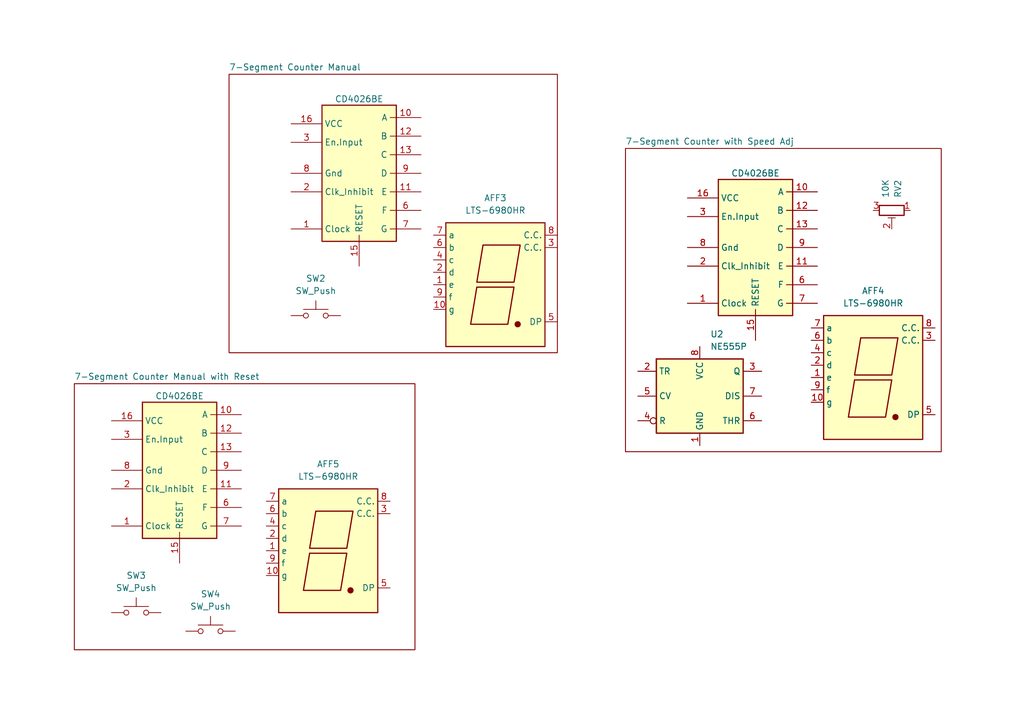
<source format=kicad_sch>
(kicad_sch
	(version 20250114)
	(generator "eeschema")
	(generator_version "9.0")
	(uuid "d089bf06-1a90-44df-8107-fce629e9dd1e")
	(paper "A5")
	(title_block
		(title "0 - 9 Counter Seven Segment Using CD4026")
		(date "8/28/2025")
	)
	(lib_symbols
		(symbol "4xxx:CD4026BE"
			(exclude_from_sim no)
			(in_bom yes)
			(on_board yes)
			(property "Reference" "CD4026BE"
				(at -0.254 14.986 0)
				(effects
					(font
						(size 1.27 1.27)
					)
					(hide yes)
				)
			)
			(property "Value" ""
				(at 0 0 0)
				(effects
					(font
						(size 1.27 1.27)
					)
				)
			)
			(property "Footprint" ""
				(at 0 0 0)
				(effects
					(font
						(size 1.27 1.27)
					)
					(hide yes)
				)
			)
			(property "Datasheet" ""
				(at 0 0 0)
				(effects
					(font
						(size 1.27 1.27)
					)
					(hide yes)
				)
			)
			(property "Description" ""
				(at 0 0 0)
				(effects
					(font
						(size 1.27 1.27)
					)
					(hide yes)
				)
			)
			(symbol "CD4026BE_1_1"
				(rectangle
					(start -7.62 13.97)
					(end 7.62 -13.97)
					(stroke
						(width 0.254)
						(type default)
					)
					(fill
						(type background)
					)
				)
				(pin power_in line
					(at -13.97 10.16 0)
					(length 6.35)
					(name "VCC"
						(effects
							(font
								(size 1.27 1.27)
							)
						)
					)
					(number "16"
						(effects
							(font
								(size 1.27 1.27)
							)
						)
					)
				)
				(pin input line
					(at -13.97 6.35 0)
					(length 6.35)
					(name "En.Input"
						(effects
							(font
								(size 1.27 1.27)
							)
						)
					)
					(number "3"
						(effects
							(font
								(size 1.27 1.27)
							)
						)
					)
				)
				(pin power_in line
					(at -13.97 0 0)
					(length 6.35)
					(name "Gnd"
						(effects
							(font
								(size 1.27 1.27)
							)
						)
					)
					(number "8"
						(effects
							(font
								(size 1.27 1.27)
							)
						)
					)
				)
				(pin power_in line
					(at -13.97 -3.81 0)
					(length 6.35)
					(name "Clk_Inhibit"
						(effects
							(font
								(size 1.27 1.27)
							)
						)
					)
					(number "2"
						(effects
							(font
								(size 1.27 1.27)
							)
						)
					)
				)
				(pin input line
					(at -13.97 -11.43 0)
					(length 6.35)
					(name "Clock"
						(effects
							(font
								(size 1.27 1.27)
							)
						)
					)
					(number "1"
						(effects
							(font
								(size 1.27 1.27)
							)
						)
					)
				)
				(pin output line
					(at 0 -19.05 90)
					(length 6.35)
					(name "RESET"
						(effects
							(font
								(size 1.27 1.27)
							)
						)
					)
					(number "15"
						(effects
							(font
								(size 1.27 1.27)
							)
						)
					)
				)
				(pin output line
					(at 12.7 11.43 180)
					(length 6.35)
					(name "A"
						(effects
							(font
								(size 1.27 1.27)
							)
						)
					)
					(number "10"
						(effects
							(font
								(size 1.27 1.27)
							)
						)
					)
				)
				(pin output line
					(at 12.7 7.62 180)
					(length 6.35)
					(name "B"
						(effects
							(font
								(size 1.27 1.27)
							)
						)
					)
					(number "12"
						(effects
							(font
								(size 1.27 1.27)
							)
						)
					)
				)
				(pin output line
					(at 12.7 3.81 180)
					(length 6.35)
					(name "C"
						(effects
							(font
								(size 1.27 1.27)
							)
						)
					)
					(number "13"
						(effects
							(font
								(size 1.27 1.27)
							)
						)
					)
				)
				(pin output line
					(at 12.7 0 180)
					(length 6.35)
					(name "D"
						(effects
							(font
								(size 1.27 1.27)
							)
						)
					)
					(number "9"
						(effects
							(font
								(size 1.27 1.27)
							)
						)
					)
				)
				(pin output line
					(at 12.7 -3.81 180)
					(length 6.35)
					(name "E"
						(effects
							(font
								(size 1.27 1.27)
							)
						)
					)
					(number "11"
						(effects
							(font
								(size 1.27 1.27)
							)
						)
					)
				)
				(pin output line
					(at 12.7 -7.62 180)
					(length 6.35)
					(name "F"
						(effects
							(font
								(size 1.27 1.27)
							)
						)
					)
					(number "6"
						(effects
							(font
								(size 1.27 1.27)
							)
						)
					)
				)
				(pin output line
					(at 12.7 -11.43 180)
					(length 6.35)
					(name "G"
						(effects
							(font
								(size 1.27 1.27)
							)
						)
					)
					(number "7"
						(effects
							(font
								(size 1.27 1.27)
							)
						)
					)
				)
			)
			(embedded_fonts no)
		)
		(symbol "Device:R_Potentiometer_Trim"
			(pin_names
				(offset 1.016)
				(hide yes)
			)
			(exclude_from_sim no)
			(in_bom yes)
			(on_board yes)
			(property "Reference" "RV"
				(at -4.445 0 90)
				(effects
					(font
						(size 1.27 1.27)
					)
				)
			)
			(property "Value" "R_Potentiometer_Trim"
				(at -2.54 0 90)
				(effects
					(font
						(size 1.27 1.27)
					)
				)
			)
			(property "Footprint" ""
				(at 0 0 0)
				(effects
					(font
						(size 1.27 1.27)
					)
					(hide yes)
				)
			)
			(property "Datasheet" "~"
				(at 0 0 0)
				(effects
					(font
						(size 1.27 1.27)
					)
					(hide yes)
				)
			)
			(property "Description" "Trim-potentiometer"
				(at 0 0 0)
				(effects
					(font
						(size 1.27 1.27)
					)
					(hide yes)
				)
			)
			(property "ki_keywords" "resistor variable trimpot trimmer"
				(at 0 0 0)
				(effects
					(font
						(size 1.27 1.27)
					)
					(hide yes)
				)
			)
			(property "ki_fp_filters" "Potentiometer*"
				(at 0 0 0)
				(effects
					(font
						(size 1.27 1.27)
					)
					(hide yes)
				)
			)
			(symbol "R_Potentiometer_Trim_0_1"
				(rectangle
					(start 1.016 2.54)
					(end -1.016 -2.54)
					(stroke
						(width 0.254)
						(type default)
					)
					(fill
						(type none)
					)
				)
				(polyline
					(pts
						(xy 1.524 0.762) (xy 1.524 -0.762)
					)
					(stroke
						(width 0)
						(type default)
					)
					(fill
						(type none)
					)
				)
				(polyline
					(pts
						(xy 2.54 0) (xy 1.524 0)
					)
					(stroke
						(width 0)
						(type default)
					)
					(fill
						(type none)
					)
				)
			)
			(symbol "R_Potentiometer_Trim_1_1"
				(pin passive line
					(at 0 3.81 270)
					(length 1.27)
					(name "1"
						(effects
							(font
								(size 1.27 1.27)
							)
						)
					)
					(number "1"
						(effects
							(font
								(size 1.27 1.27)
							)
						)
					)
				)
				(pin passive line
					(at 0 -3.81 90)
					(length 1.27)
					(name "3"
						(effects
							(font
								(size 1.27 1.27)
							)
						)
					)
					(number "3"
						(effects
							(font
								(size 1.27 1.27)
							)
						)
					)
				)
				(pin passive line
					(at 3.81 0 180)
					(length 1.27)
					(name "2"
						(effects
							(font
								(size 1.27 1.27)
							)
						)
					)
					(number "2"
						(effects
							(font
								(size 1.27 1.27)
							)
						)
					)
				)
			)
			(embedded_fonts no)
		)
		(symbol "Display_Character:LTS-6980HR"
			(exclude_from_sim no)
			(in_bom yes)
			(on_board yes)
			(property "Reference" "AFF1"
				(at 0 17.78 0)
				(effects
					(font
						(size 1.27 1.27)
					)
				)
			)
			(property "Value" "LTS-6980HR"
				(at 0 15.24 0)
				(effects
					(font
						(size 1.27 1.27)
					)
				)
			)
			(property "Footprint" "Display_7Segment:7SegmentLED_LTS6760_LTS6780"
				(at 0 -15.24 0)
				(effects
					(font
						(size 1.27 1.27)
					)
					(hide yes)
				)
			)
			(property "Datasheet" "http://datasheet.octopart.com/LTS-6960HR-Lite-On-datasheet-11803242.pdf"
				(at 0 0 0)
				(effects
					(font
						(size 1.27 1.27)
					)
					(hide yes)
				)
			)
			(property "Description" "DISPLAY 7 SEGMENTS common K, high efficient red"
				(at 0 0 0)
				(effects
					(font
						(size 1.27 1.27)
					)
					(hide yes)
				)
			)
			(property "ki_keywords" "display LED 7-segment"
				(at 0 0 0)
				(effects
					(font
						(size 1.27 1.27)
					)
					(hide yes)
				)
			)
			(property "ki_fp_filters" "7SegmentLED?LTS6760?LTS6780*"
				(at 0 0 0)
				(effects
					(font
						(size 1.27 1.27)
					)
					(hide yes)
				)
			)
			(symbol "LTS-6980HR_0_1"
				(rectangle
					(start -10.16 12.7)
					(end 10.16 -12.7)
					(stroke
						(width 0.254)
						(type default)
					)
					(fill
						(type background)
					)
				)
				(polyline
					(pts
						(xy -3.81 -0.508) (xy 3.81 -0.508) (xy 2.54 -8.128) (xy -5.08 -8.128) (xy -3.81 -0.508) (xy -3.81 -0.508)
					)
					(stroke
						(width 0.254)
						(type default)
					)
					(fill
						(type none)
					)
				)
				(polyline
					(pts
						(xy -2.54 8.128) (xy 5.08 8.128) (xy 3.81 0.508) (xy -3.81 0.508) (xy -2.54 8.128) (xy -2.54 8.128)
					)
					(stroke
						(width 0.254)
						(type default)
					)
					(fill
						(type none)
					)
				)
				(circle
					(center 4.572 -8.128)
					(radius 0.508)
					(stroke
						(width 0.254)
						(type default)
					)
					(fill
						(type outline)
					)
				)
			)
			(symbol "LTS-6980HR_1_1"
				(pin passive line
					(at -12.7 10.16 0)
					(length 2.54)
					(name "a"
						(effects
							(font
								(size 1.27 1.27)
							)
						)
					)
					(number "7"
						(effects
							(font
								(size 1.27 1.27)
							)
						)
					)
				)
				(pin passive line
					(at -12.7 7.62 0)
					(length 2.54)
					(name "b"
						(effects
							(font
								(size 1.27 1.27)
							)
						)
					)
					(number "6"
						(effects
							(font
								(size 1.27 1.27)
							)
						)
					)
				)
				(pin passive line
					(at -12.7 5.08 0)
					(length 2.54)
					(name "c"
						(effects
							(font
								(size 1.27 1.27)
							)
						)
					)
					(number "4"
						(effects
							(font
								(size 1.27 1.27)
							)
						)
					)
				)
				(pin passive line
					(at -12.7 2.54 0)
					(length 2.54)
					(name "d"
						(effects
							(font
								(size 1.27 1.27)
							)
						)
					)
					(number "2"
						(effects
							(font
								(size 1.27 1.27)
							)
						)
					)
				)
				(pin passive line
					(at -12.7 0 0)
					(length 2.54)
					(name "e"
						(effects
							(font
								(size 1.27 1.27)
							)
						)
					)
					(number "1"
						(effects
							(font
								(size 1.27 1.27)
							)
						)
					)
				)
				(pin passive line
					(at -12.7 -2.54 0)
					(length 2.54)
					(name "f"
						(effects
							(font
								(size 1.27 1.27)
							)
						)
					)
					(number "9"
						(effects
							(font
								(size 1.27 1.27)
							)
						)
					)
				)
				(pin passive line
					(at -12.7 -5.08 0)
					(length 2.54)
					(name "g"
						(effects
							(font
								(size 1.27 1.27)
							)
						)
					)
					(number "10"
						(effects
							(font
								(size 1.27 1.27)
							)
						)
					)
				)
				(pin passive line
					(at 12.7 10.16 180)
					(length 2.54)
					(name "C.C."
						(effects
							(font
								(size 1.27 1.27)
							)
						)
					)
					(number "8"
						(effects
							(font
								(size 1.27 1.27)
							)
						)
					)
				)
				(pin passive line
					(at 12.7 7.62 180)
					(length 2.54)
					(name "C.C."
						(effects
							(font
								(size 1.27 1.27)
							)
						)
					)
					(number "3"
						(effects
							(font
								(size 1.27 1.27)
							)
						)
					)
				)
				(pin passive line
					(at 12.7 -7.62 180)
					(length 2.54)
					(name "DP"
						(effects
							(font
								(size 1.27 1.27)
							)
						)
					)
					(number "5"
						(effects
							(font
								(size 1.27 1.27)
							)
						)
					)
				)
			)
			(embedded_fonts no)
		)
		(symbol "Switch:SW_Push"
			(pin_numbers
				(hide yes)
			)
			(pin_names
				(offset 1.016)
				(hide yes)
			)
			(exclude_from_sim no)
			(in_bom yes)
			(on_board yes)
			(property "Reference" "SW"
				(at 1.27 2.54 0)
				(effects
					(font
						(size 1.27 1.27)
					)
					(justify left)
				)
			)
			(property "Value" "SW_Push"
				(at 0 -1.524 0)
				(effects
					(font
						(size 1.27 1.27)
					)
				)
			)
			(property "Footprint" ""
				(at 0 5.08 0)
				(effects
					(font
						(size 1.27 1.27)
					)
					(hide yes)
				)
			)
			(property "Datasheet" "~"
				(at 0 5.08 0)
				(effects
					(font
						(size 1.27 1.27)
					)
					(hide yes)
				)
			)
			(property "Description" "Push button switch, generic, two pins"
				(at 0 0 0)
				(effects
					(font
						(size 1.27 1.27)
					)
					(hide yes)
				)
			)
			(property "ki_keywords" "switch normally-open pushbutton push-button"
				(at 0 0 0)
				(effects
					(font
						(size 1.27 1.27)
					)
					(hide yes)
				)
			)
			(symbol "SW_Push_0_1"
				(circle
					(center -2.032 0)
					(radius 0.508)
					(stroke
						(width 0)
						(type default)
					)
					(fill
						(type none)
					)
				)
				(polyline
					(pts
						(xy 0 1.27) (xy 0 3.048)
					)
					(stroke
						(width 0)
						(type default)
					)
					(fill
						(type none)
					)
				)
				(circle
					(center 2.032 0)
					(radius 0.508)
					(stroke
						(width 0)
						(type default)
					)
					(fill
						(type none)
					)
				)
				(polyline
					(pts
						(xy 2.54 1.27) (xy -2.54 1.27)
					)
					(stroke
						(width 0)
						(type default)
					)
					(fill
						(type none)
					)
				)
				(pin passive line
					(at -5.08 0 0)
					(length 2.54)
					(name "1"
						(effects
							(font
								(size 1.27 1.27)
							)
						)
					)
					(number "1"
						(effects
							(font
								(size 1.27 1.27)
							)
						)
					)
				)
				(pin passive line
					(at 5.08 0 180)
					(length 2.54)
					(name "2"
						(effects
							(font
								(size 1.27 1.27)
							)
						)
					)
					(number "2"
						(effects
							(font
								(size 1.27 1.27)
							)
						)
					)
				)
			)
			(embedded_fonts no)
		)
		(symbol "Timer:NE555P"
			(exclude_from_sim no)
			(in_bom yes)
			(on_board yes)
			(property "Reference" "U"
				(at -10.16 8.89 0)
				(effects
					(font
						(size 1.27 1.27)
					)
					(justify left)
				)
			)
			(property "Value" "NE555P"
				(at 2.54 8.89 0)
				(effects
					(font
						(size 1.27 1.27)
					)
					(justify left)
				)
			)
			(property "Footprint" "Package_DIP:DIP-8_W7.62mm"
				(at 16.51 -10.16 0)
				(effects
					(font
						(size 1.27 1.27)
					)
					(hide yes)
				)
			)
			(property "Datasheet" "http://www.ti.com/lit/ds/symlink/ne555.pdf"
				(at 21.59 -10.16 0)
				(effects
					(font
						(size 1.27 1.27)
					)
					(hide yes)
				)
			)
			(property "Description" "Precision Timers, 555 compatible,  PDIP-8"
				(at 0 0 0)
				(effects
					(font
						(size 1.27 1.27)
					)
					(hide yes)
				)
			)
			(property "ki_keywords" "single timer 555"
				(at 0 0 0)
				(effects
					(font
						(size 1.27 1.27)
					)
					(hide yes)
				)
			)
			(property "ki_fp_filters" "DIP*W7.62mm*"
				(at 0 0 0)
				(effects
					(font
						(size 1.27 1.27)
					)
					(hide yes)
				)
			)
			(symbol "NE555P_0_0"
				(pin power_in line
					(at 0 10.16 270)
					(length 2.54)
					(name "VCC"
						(effects
							(font
								(size 1.27 1.27)
							)
						)
					)
					(number "8"
						(effects
							(font
								(size 1.27 1.27)
							)
						)
					)
				)
				(pin power_in line
					(at 0 -10.16 90)
					(length 2.54)
					(name "GND"
						(effects
							(font
								(size 1.27 1.27)
							)
						)
					)
					(number "1"
						(effects
							(font
								(size 1.27 1.27)
							)
						)
					)
				)
			)
			(symbol "NE555P_0_1"
				(rectangle
					(start -8.89 -7.62)
					(end 8.89 7.62)
					(stroke
						(width 0.254)
						(type default)
					)
					(fill
						(type background)
					)
				)
				(rectangle
					(start -8.89 -7.62)
					(end 8.89 7.62)
					(stroke
						(width 0.254)
						(type default)
					)
					(fill
						(type background)
					)
				)
			)
			(symbol "NE555P_1_1"
				(pin input line
					(at -12.7 5.08 0)
					(length 3.81)
					(name "TR"
						(effects
							(font
								(size 1.27 1.27)
							)
						)
					)
					(number "2"
						(effects
							(font
								(size 1.27 1.27)
							)
						)
					)
				)
				(pin input line
					(at -12.7 0 0)
					(length 3.81)
					(name "CV"
						(effects
							(font
								(size 1.27 1.27)
							)
						)
					)
					(number "5"
						(effects
							(font
								(size 1.27 1.27)
							)
						)
					)
				)
				(pin input inverted
					(at -12.7 -5.08 0)
					(length 3.81)
					(name "R"
						(effects
							(font
								(size 1.27 1.27)
							)
						)
					)
					(number "4"
						(effects
							(font
								(size 1.27 1.27)
							)
						)
					)
				)
				(pin output line
					(at 12.7 5.08 180)
					(length 3.81)
					(name "Q"
						(effects
							(font
								(size 1.27 1.27)
							)
						)
					)
					(number "3"
						(effects
							(font
								(size 1.27 1.27)
							)
						)
					)
				)
				(pin input line
					(at 12.7 0 180)
					(length 3.81)
					(name "DIS"
						(effects
							(font
								(size 1.27 1.27)
							)
						)
					)
					(number "7"
						(effects
							(font
								(size 1.27 1.27)
							)
						)
					)
				)
				(pin input line
					(at 12.7 -5.08 180)
					(length 3.81)
					(name "THR"
						(effects
							(font
								(size 1.27 1.27)
							)
						)
					)
					(number "6"
						(effects
							(font
								(size 1.27 1.27)
							)
						)
					)
				)
			)
			(embedded_fonts no)
		)
	)
	(symbol
		(lib_id "Display_Character:LTS-6980HR")
		(at 179.07 77.47 0)
		(unit 1)
		(exclude_from_sim no)
		(in_bom yes)
		(on_board yes)
		(dnp no)
		(fields_autoplaced yes)
		(uuid "50fee4b9-600a-4087-a225-4b2ea4f8193f")
		(property "Reference" "AFF4"
			(at 179.07 59.69 0)
			(effects
				(font
					(size 1.27 1.27)
				)
			)
		)
		(property "Value" "LTS-6980HR"
			(at 179.07 62.23 0)
			(effects
				(font
					(size 1.27 1.27)
				)
			)
		)
		(property "Footprint" "Display_7Segment:7SegmentLED_LTS6760_LTS6780"
			(at 179.07 92.71 0)
			(effects
				(font
					(size 1.27 1.27)
				)
				(hide yes)
			)
		)
		(property "Datasheet" "http://datasheet.octopart.com/LTS-6960HR-Lite-On-datasheet-11803242.pdf"
			(at 179.07 77.47 0)
			(effects
				(font
					(size 1.27 1.27)
				)
				(hide yes)
			)
		)
		(property "Description" "DISPLAY 7 SEGMENTS common K, high efficient red"
			(at 179.07 77.47 0)
			(effects
				(font
					(size 1.27 1.27)
				)
				(hide yes)
			)
		)
		(pin "1"
			(uuid "de2da48c-01a9-4720-b021-34fb1caacc74")
		)
		(pin "8"
			(uuid "9bbfa6ea-088b-4d8b-804e-82765bad3ce4")
		)
		(pin "10"
			(uuid "ced8d34d-68fc-4a95-b646-18884c7d690e")
		)
		(pin "2"
			(uuid "262ae277-890e-4ff8-9196-7d25b1e71f84")
		)
		(pin "9"
			(uuid "b96f5f45-b675-41b7-a93c-f84e8497e36a")
		)
		(pin "3"
			(uuid "f5c45672-dc1b-4f4f-aac2-e5781e5d6b61")
		)
		(pin "5"
			(uuid "b7bc82f5-f769-4628-85a5-0ccf29d288c7")
		)
		(pin "6"
			(uuid "5c2d00df-4910-4f73-9dc0-e348fbb4a2bd")
		)
		(pin "4"
			(uuid "32a0a7c5-2054-44f3-ae63-14da24b52f3e")
		)
		(pin "7"
			(uuid "7a7b251a-7d83-4276-a88b-095c89ff726a")
		)
		(instances
			(project "Basic 7-Segment Counter"
				(path "/d089bf06-1a90-44df-8107-fce629e9dd1e"
					(reference "AFF4")
					(unit 1)
				)
			)
		)
	)
	(symbol
		(lib_id "Display_Character:LTS-6980HR")
		(at 67.31 113.03 0)
		(unit 1)
		(exclude_from_sim no)
		(in_bom yes)
		(on_board yes)
		(dnp no)
		(fields_autoplaced yes)
		(uuid "5f39dca5-729f-4970-9f9a-020d8189e6ef")
		(property "Reference" "AFF5"
			(at 67.31 95.25 0)
			(effects
				(font
					(size 1.27 1.27)
				)
			)
		)
		(property "Value" "LTS-6980HR"
			(at 67.31 97.79 0)
			(effects
				(font
					(size 1.27 1.27)
				)
			)
		)
		(property "Footprint" "Display_7Segment:7SegmentLED_LTS6760_LTS6780"
			(at 67.31 128.27 0)
			(effects
				(font
					(size 1.27 1.27)
				)
				(hide yes)
			)
		)
		(property "Datasheet" "http://datasheet.octopart.com/LTS-6960HR-Lite-On-datasheet-11803242.pdf"
			(at 67.31 113.03 0)
			(effects
				(font
					(size 1.27 1.27)
				)
				(hide yes)
			)
		)
		(property "Description" "DISPLAY 7 SEGMENTS common K, high efficient red"
			(at 67.31 113.03 0)
			(effects
				(font
					(size 1.27 1.27)
				)
				(hide yes)
			)
		)
		(pin "1"
			(uuid "1e490eaf-23c8-4376-854e-22750fbbf78b")
		)
		(pin "8"
			(uuid "3d8c4c0e-fe3d-4859-ab7b-00c24519448f")
		)
		(pin "10"
			(uuid "7dcba13e-348b-4a66-a238-29b77ae99698")
		)
		(pin "2"
			(uuid "c9caa596-1fe3-4e9e-8350-e81ce85c6ad7")
		)
		(pin "9"
			(uuid "d5e4478d-68f6-4c74-8983-f8184b57415b")
		)
		(pin "3"
			(uuid "e667fd3d-f12b-47d7-bbe7-1ffb1e9d9117")
		)
		(pin "5"
			(uuid "002e5e5c-1c38-4b51-a54a-94d19cf4de86")
		)
		(pin "6"
			(uuid "ecd0c376-0ca4-4b6b-8fbe-5d6f5fc7eb68")
		)
		(pin "4"
			(uuid "64a74f08-7353-43ac-a3ae-c6e7e292aa97")
		)
		(pin "7"
			(uuid "a1b9817e-e639-4831-83c2-d0d7acf52b6e")
		)
		(instances
			(project "Basic 7-Segment Counter"
				(path "/d089bf06-1a90-44df-8107-fce629e9dd1e"
					(reference "AFF5")
					(unit 1)
				)
			)
		)
	)
	(symbol
		(lib_id "Switch:SW_Push")
		(at 27.94 125.73 0)
		(unit 1)
		(exclude_from_sim no)
		(in_bom yes)
		(on_board yes)
		(dnp no)
		(fields_autoplaced yes)
		(uuid "65996883-9f16-41b0-94e0-090dc0c774c8")
		(property "Reference" "SW3"
			(at 27.94 118.11 0)
			(effects
				(font
					(size 1.27 1.27)
				)
			)
		)
		(property "Value" "SW_Push"
			(at 27.94 120.65 0)
			(effects
				(font
					(size 1.27 1.27)
				)
			)
		)
		(property "Footprint" ""
			(at 27.94 120.65 0)
			(effects
				(font
					(size 1.27 1.27)
				)
				(hide yes)
			)
		)
		(property "Datasheet" "~"
			(at 27.94 120.65 0)
			(effects
				(font
					(size 1.27 1.27)
				)
				(hide yes)
			)
		)
		(property "Description" "Push button switch, generic, two pins"
			(at 27.94 125.73 0)
			(effects
				(font
					(size 1.27 1.27)
				)
				(hide yes)
			)
		)
		(pin "1"
			(uuid "d9c3c016-7231-4ca9-a1ba-a5a4ce386bd9")
		)
		(pin "2"
			(uuid "8bc3ad3b-65e1-4f45-9553-75d757577a52")
		)
		(instances
			(project "Basic 7-Segment Counter"
				(path "/d089bf06-1a90-44df-8107-fce629e9dd1e"
					(reference "SW3")
					(unit 1)
				)
			)
		)
	)
	(symbol
		(lib_id "4xxx:CD4026BE")
		(at 154.94 50.8 0)
		(unit 1)
		(exclude_from_sim no)
		(in_bom yes)
		(on_board yes)
		(dnp no)
		(uuid "6c419405-9078-4f06-9460-974f79587946")
		(property "Reference" "CD4026BE6"
			(at 154.686 35.814 0)
			(effects
				(font
					(size 1.27 1.27)
				)
				(hide yes)
			)
		)
		(property "Value" "CD4026BE"
			(at 154.94 35.56 0)
			(effects
				(font
					(size 1.27 1.27)
				)
			)
		)
		(property "Footprint" ""
			(at 154.94 50.8 0)
			(effects
				(font
					(size 1.27 1.27)
				)
				(hide yes)
			)
		)
		(property "Datasheet" ""
			(at 154.94 50.8 0)
			(effects
				(font
					(size 1.27 1.27)
				)
				(hide yes)
			)
		)
		(property "Description" ""
			(at 154.94 50.8 0)
			(effects
				(font
					(size 1.27 1.27)
				)
				(hide yes)
			)
		)
		(pin "13"
			(uuid "d7aa73ae-9bd7-4737-bac2-2bfd19a4d299")
		)
		(pin "11"
			(uuid "bd470f81-f1d7-4626-bace-53aa20579706")
		)
		(pin "6"
			(uuid "2ffdf185-57f4-4a24-8c81-eaa89589bd11")
		)
		(pin "10"
			(uuid "b2651d55-92f7-45bd-8c70-17450f1eb867")
		)
		(pin "12"
			(uuid "bdaa679f-5d99-4f9c-9910-780f4d212721")
		)
		(pin "7"
			(uuid "30b9cb30-0462-4c9f-873a-07868c410726")
		)
		(pin "3"
			(uuid "62885899-7dea-4f9f-94bf-88b54701bb15")
		)
		(pin "15"
			(uuid "2e66ebe7-9011-485d-8a17-b42e78837441")
		)
		(pin "16"
			(uuid "a7903f63-6664-4652-aefc-c8bc576e8dd8")
		)
		(pin "1"
			(uuid "9a386e9d-b7d1-4f0c-8177-2c776b1b4306")
		)
		(pin "9"
			(uuid "54a1a721-6ed5-4021-8767-9aec2f0f6b18")
		)
		(pin "2"
			(uuid "f4a6d676-7852-49e4-b25b-dad291b5199d")
		)
		(pin "8"
			(uuid "4bbbe608-1b5f-4e12-85ba-5544fb60700d")
		)
		(instances
			(project "Basic 7-Segment Counter"
				(path "/d089bf06-1a90-44df-8107-fce629e9dd1e"
					(reference "CD4026BE6")
					(unit 1)
				)
			)
		)
	)
	(symbol
		(lib_id "Display_Character:LTS-6980HR")
		(at 101.6 58.42 0)
		(unit 1)
		(exclude_from_sim no)
		(in_bom yes)
		(on_board yes)
		(dnp no)
		(fields_autoplaced yes)
		(uuid "a590bf59-0a12-463c-91f2-8c523da78b18")
		(property "Reference" "AFF3"
			(at 101.6 40.64 0)
			(effects
				(font
					(size 1.27 1.27)
				)
			)
		)
		(property "Value" "LTS-6980HR"
			(at 101.6 43.18 0)
			(effects
				(font
					(size 1.27 1.27)
				)
			)
		)
		(property "Footprint" "Display_7Segment:7SegmentLED_LTS6760_LTS6780"
			(at 101.6 73.66 0)
			(effects
				(font
					(size 1.27 1.27)
				)
				(hide yes)
			)
		)
		(property "Datasheet" "http://datasheet.octopart.com/LTS-6960HR-Lite-On-datasheet-11803242.pdf"
			(at 101.6 58.42 0)
			(effects
				(font
					(size 1.27 1.27)
				)
				(hide yes)
			)
		)
		(property "Description" "DISPLAY 7 SEGMENTS common K, high efficient red"
			(at 101.6 58.42 0)
			(effects
				(font
					(size 1.27 1.27)
				)
				(hide yes)
			)
		)
		(pin "1"
			(uuid "58b6da28-ca84-41c1-905b-4ad141e83170")
		)
		(pin "8"
			(uuid "98f88f08-b881-4fa3-833e-a51691950573")
		)
		(pin "10"
			(uuid "2a058134-e09f-4ae5-95c3-095274231300")
		)
		(pin "2"
			(uuid "8fd32a03-68dc-419c-8d9b-a54f0f059b37")
		)
		(pin "9"
			(uuid "e81de374-9987-442f-89a1-e1a5886601de")
		)
		(pin "3"
			(uuid "933cd6b9-a14e-495e-adfa-ea88d7165dc2")
		)
		(pin "5"
			(uuid "d3219cd5-8291-421a-999e-a29afb343d72")
		)
		(pin "6"
			(uuid "91bdc0cc-8c98-43e9-9561-61652b28e946")
		)
		(pin "4"
			(uuid "733f7ae4-baee-4752-a3f7-c322f5dd67df")
		)
		(pin "7"
			(uuid "8f9faaae-0cf6-440f-943c-54c4d33e55e1")
		)
		(instances
			(project "Basic 7-Segment Counter"
				(path "/d089bf06-1a90-44df-8107-fce629e9dd1e"
					(reference "AFF3")
					(unit 1)
				)
			)
		)
	)
	(symbol
		(lib_id "4xxx:CD4026BE")
		(at 73.66 35.56 0)
		(unit 1)
		(exclude_from_sim no)
		(in_bom yes)
		(on_board yes)
		(dnp no)
		(uuid "a622ec55-81e1-47c7-a8bd-75baef082c7c")
		(property "Reference" "CD4026BE5"
			(at 73.406 20.574 0)
			(effects
				(font
					(size 1.27 1.27)
				)
				(hide yes)
			)
		)
		(property "Value" "CD4026BE"
			(at 73.66 20.32 0)
			(effects
				(font
					(size 1.27 1.27)
				)
			)
		)
		(property "Footprint" ""
			(at 73.66 35.56 0)
			(effects
				(font
					(size 1.27 1.27)
				)
				(hide yes)
			)
		)
		(property "Datasheet" ""
			(at 73.66 35.56 0)
			(effects
				(font
					(size 1.27 1.27)
				)
				(hide yes)
			)
		)
		(property "Description" ""
			(at 73.66 35.56 0)
			(effects
				(font
					(size 1.27 1.27)
				)
				(hide yes)
			)
		)
		(pin "13"
			(uuid "31ccd408-30aa-4d30-b00e-aac5326283cb")
		)
		(pin "11"
			(uuid "59c02002-6222-4b18-899a-b9ff74211de1")
		)
		(pin "6"
			(uuid "3336c940-4748-4293-8f89-9688623d9bb5")
		)
		(pin "10"
			(uuid "a455863c-72be-4257-ae9f-8ef8e5711e99")
		)
		(pin "12"
			(uuid "6ef8cc21-991c-499d-be44-1406484d0e88")
		)
		(pin "7"
			(uuid "bd62f643-decf-401c-8e96-9c66eed82382")
		)
		(pin "3"
			(uuid "d8f02a30-0897-40c0-8817-78ecc8e44256")
		)
		(pin "15"
			(uuid "2877ce76-0e69-49cf-ae3d-76991f12d62a")
		)
		(pin "16"
			(uuid "12e7be49-e8fa-4dfc-b550-9f1ac3d71ea6")
		)
		(pin "1"
			(uuid "901b9688-bde2-43a5-9d3c-81792e0b94d5")
		)
		(pin "9"
			(uuid "2f677b73-cff6-4f76-a7fc-beb485429d81")
		)
		(pin "2"
			(uuid "5839a0aa-9ef9-48ba-980e-fc066d245ccf")
		)
		(pin "8"
			(uuid "4458f603-fa02-4ff3-8fb3-1c4cb6fd65c3")
		)
		(instances
			(project "Basic 7-Segment Counter"
				(path "/d089bf06-1a90-44df-8107-fce629e9dd1e"
					(reference "CD4026BE5")
					(unit 1)
				)
			)
		)
	)
	(symbol
		(lib_id "Device:R_Potentiometer_Trim")
		(at 182.88 43.18 270)
		(unit 1)
		(exclude_from_sim no)
		(in_bom yes)
		(on_board yes)
		(dnp no)
		(uuid "a92a8675-b97a-4f2b-999e-5330f570e9e5")
		(property "Reference" "RV2"
			(at 184.1501 40.64 0)
			(effects
				(font
					(size 1.27 1.27)
				)
				(justify right)
			)
		)
		(property "Value" "10K"
			(at 181.6101 40.64 0)
			(effects
				(font
					(size 1.27 1.27)
				)
				(justify right)
			)
		)
		(property "Footprint" ""
			(at 182.88 43.18 0)
			(effects
				(font
					(size 1.27 1.27)
				)
				(hide yes)
			)
		)
		(property "Datasheet" "~"
			(at 182.88 43.18 0)
			(effects
				(font
					(size 1.27 1.27)
				)
				(hide yes)
			)
		)
		(property "Description" "Trim-potentiometer"
			(at 182.88 43.18 0)
			(effects
				(font
					(size 1.27 1.27)
				)
				(hide yes)
			)
		)
		(pin "3"
			(uuid "2b400dff-da42-4db4-b880-52600ba22d82")
		)
		(pin "1"
			(uuid "9644892b-b5d0-4937-a744-ddd0f0b222ff")
		)
		(pin "2"
			(uuid "5862e411-2643-4049-b625-562da9429483")
		)
		(instances
			(project "Basic 7-Segment Counter"
				(path "/d089bf06-1a90-44df-8107-fce629e9dd1e"
					(reference "RV2")
					(unit 1)
				)
			)
		)
	)
	(symbol
		(lib_id "Timer:NE555P")
		(at 143.51 81.28 0)
		(unit 1)
		(exclude_from_sim no)
		(in_bom yes)
		(on_board yes)
		(dnp no)
		(fields_autoplaced yes)
		(uuid "a9b2ee78-4cfc-49e4-8c12-df0323bf8272")
		(property "Reference" "U2"
			(at 145.6533 68.58 0)
			(effects
				(font
					(size 1.27 1.27)
				)
				(justify left)
			)
		)
		(property "Value" "NE555P"
			(at 145.6533 71.12 0)
			(effects
				(font
					(size 1.27 1.27)
				)
				(justify left)
			)
		)
		(property "Footprint" "Package_DIP:DIP-8_W7.62mm"
			(at 160.02 91.44 0)
			(effects
				(font
					(size 1.27 1.27)
				)
				(hide yes)
			)
		)
		(property "Datasheet" "http://www.ti.com/lit/ds/symlink/ne555.pdf"
			(at 165.1 91.44 0)
			(effects
				(font
					(size 1.27 1.27)
				)
				(hide yes)
			)
		)
		(property "Description" "Precision Timers, 555 compatible,  PDIP-8"
			(at 143.51 81.28 0)
			(effects
				(font
					(size 1.27 1.27)
				)
				(hide yes)
			)
		)
		(pin "6"
			(uuid "935381a3-30e2-40dc-a4e9-ca1b2dfac95a")
		)
		(pin "4"
			(uuid "7e6924b8-626e-4b44-9b71-a40347761af6")
		)
		(pin "3"
			(uuid "a83fe259-d1bd-49c0-a221-634c18550882")
		)
		(pin "7"
			(uuid "45471032-0465-4513-b922-9799c8afc199")
		)
		(pin "8"
			(uuid "41bec972-d799-4f4b-bc7b-21d5343170f1")
		)
		(pin "1"
			(uuid "effb5a1a-fdb5-49e2-805a-96529e1961df")
		)
		(pin "2"
			(uuid "5276897d-03a3-4540-9f43-a7af4c02fa07")
		)
		(pin "5"
			(uuid "340e6fdc-2da9-48a6-85fa-fe04f783fb3d")
		)
		(instances
			(project "Basic 7-Segment Counter"
				(path "/d089bf06-1a90-44df-8107-fce629e9dd1e"
					(reference "U2")
					(unit 1)
				)
			)
		)
	)
	(symbol
		(lib_id "Switch:SW_Push")
		(at 64.77 64.77 0)
		(unit 1)
		(exclude_from_sim no)
		(in_bom yes)
		(on_board yes)
		(dnp no)
		(fields_autoplaced yes)
		(uuid "dda9689b-3177-47dd-8f0f-5e4f3f9cdd1c")
		(property "Reference" "SW2"
			(at 64.77 57.15 0)
			(effects
				(font
					(size 1.27 1.27)
				)
			)
		)
		(property "Value" "SW_Push"
			(at 64.77 59.69 0)
			(effects
				(font
					(size 1.27 1.27)
				)
			)
		)
		(property "Footprint" ""
			(at 64.77 59.69 0)
			(effects
				(font
					(size 1.27 1.27)
				)
				(hide yes)
			)
		)
		(property "Datasheet" "~"
			(at 64.77 59.69 0)
			(effects
				(font
					(size 1.27 1.27)
				)
				(hide yes)
			)
		)
		(property "Description" "Push button switch, generic, two pins"
			(at 64.77 64.77 0)
			(effects
				(font
					(size 1.27 1.27)
				)
				(hide yes)
			)
		)
		(pin "1"
			(uuid "17101da1-8b01-4994-ab9a-858e2500f3de")
		)
		(pin "2"
			(uuid "c4695cf9-0733-44da-aaae-5a6a9295b4b3")
		)
		(instances
			(project "Basic 7-Segment Counter"
				(path "/d089bf06-1a90-44df-8107-fce629e9dd1e"
					(reference "SW2")
					(unit 1)
				)
			)
		)
	)
	(symbol
		(lib_id "Switch:SW_Push")
		(at 43.18 129.54 0)
		(unit 1)
		(exclude_from_sim no)
		(in_bom yes)
		(on_board yes)
		(dnp no)
		(fields_autoplaced yes)
		(uuid "e1419fbd-d7e7-4b0a-a91e-f376f0bf75c5")
		(property "Reference" "SW4"
			(at 43.18 121.92 0)
			(effects
				(font
					(size 1.27 1.27)
				)
			)
		)
		(property "Value" "SW_Push"
			(at 43.18 124.46 0)
			(effects
				(font
					(size 1.27 1.27)
				)
			)
		)
		(property "Footprint" ""
			(at 43.18 124.46 0)
			(effects
				(font
					(size 1.27 1.27)
				)
				(hide yes)
			)
		)
		(property "Datasheet" "~"
			(at 43.18 124.46 0)
			(effects
				(font
					(size 1.27 1.27)
				)
				(hide yes)
			)
		)
		(property "Description" "Push button switch, generic, two pins"
			(at 43.18 129.54 0)
			(effects
				(font
					(size 1.27 1.27)
				)
				(hide yes)
			)
		)
		(pin "1"
			(uuid "9cb1056b-b400-4ea1-8355-5a631ab4604e")
		)
		(pin "2"
			(uuid "5d40ecd3-8ce9-4841-90ef-ac0179d25c79")
		)
		(instances
			(project "Basic 7-Segment Counter"
				(path "/d089bf06-1a90-44df-8107-fce629e9dd1e"
					(reference "SW4")
					(unit 1)
				)
			)
		)
	)
	(symbol
		(lib_id "4xxx:CD4026BE")
		(at 36.83 96.52 0)
		(unit 1)
		(exclude_from_sim no)
		(in_bom yes)
		(on_board yes)
		(dnp no)
		(uuid "f614821d-5b87-4947-b674-7f7299c59355")
		(property "Reference" "CD4026BE7"
			(at 36.576 81.534 0)
			(effects
				(font
					(size 1.27 1.27)
				)
				(hide yes)
			)
		)
		(property "Value" "CD4026BE"
			(at 36.83 81.28 0)
			(effects
				(font
					(size 1.27 1.27)
				)
			)
		)
		(property "Footprint" ""
			(at 36.83 96.52 0)
			(effects
				(font
					(size 1.27 1.27)
				)
				(hide yes)
			)
		)
		(property "Datasheet" ""
			(at 36.83 96.52 0)
			(effects
				(font
					(size 1.27 1.27)
				)
				(hide yes)
			)
		)
		(property "Description" ""
			(at 36.83 96.52 0)
			(effects
				(font
					(size 1.27 1.27)
				)
				(hide yes)
			)
		)
		(pin "13"
			(uuid "b08b3be9-70dd-4e4b-bc90-5a139f582afa")
		)
		(pin "11"
			(uuid "595979e0-7605-4843-8797-67f0834a9716")
		)
		(pin "6"
			(uuid "8fa07a68-d7fc-4506-bd27-47f9f58b3e79")
		)
		(pin "10"
			(uuid "dcd401dc-a8fe-41ff-b0b9-19b2f054b001")
		)
		(pin "12"
			(uuid "7bc8281b-843f-4d2d-8bca-f77fe0fa807f")
		)
		(pin "7"
			(uuid "c652249b-e82b-404e-92f8-52f5fa02d5f8")
		)
		(pin "3"
			(uuid "2803eba0-81d0-494d-889d-4c6bfb6685cc")
		)
		(pin "15"
			(uuid "2d40a295-122d-4085-9668-dd36305e075d")
		)
		(pin "16"
			(uuid "79c5c8c5-31d7-4fad-a2ce-7bd7044446b1")
		)
		(pin "1"
			(uuid "620c546e-068a-4ec4-ab1e-73364ab3e814")
		)
		(pin "9"
			(uuid "e754facd-e8f3-4876-9696-5d6b454bf863")
		)
		(pin "2"
			(uuid "9f5ffa5c-9595-44fa-a749-5e67ca08a74f")
		)
		(pin "8"
			(uuid "a8410ba3-542b-4aa3-8355-c9b558906dce")
		)
		(instances
			(project "Basic 7-Segment Counter"
				(path "/d089bf06-1a90-44df-8107-fce629e9dd1e"
					(reference "CD4026BE7")
					(unit 1)
				)
			)
		)
	)
	(sheet
		(at 128.27 30.48)
		(size 64.77 62.23)
		(exclude_from_sim no)
		(in_bom yes)
		(on_board yes)
		(dnp no)
		(fields_autoplaced yes)
		(stroke
			(width 0.1524)
			(type solid)
		)
		(fill
			(color 0 0 0 0.0000)
		)
		(uuid "b7c9093f-eb95-4679-8029-d620a364ec39")
		(property "Sheetname" "7-Segment Counter with Speed Adj"
			(at 128.27 29.7684 0)
			(effects
				(font
					(size 1.27 1.27)
				)
				(justify left bottom)
			)
		)
		(property "Sheetfile" "with555.kicad_sch"
			(at 128.27 93.2946 0)
			(effects
				(font
					(size 1.27 1.27)
				)
				(justify left top)
				(hide yes)
			)
		)
		(instances
			(project "Basic 7-Segment Counter"
				(path "/d089bf06-1a90-44df-8107-fce629e9dd1e"
					(page "3")
				)
			)
		)
	)
	(sheet
		(at 15.24 78.74)
		(size 69.85 54.61)
		(exclude_from_sim no)
		(in_bom yes)
		(on_board yes)
		(dnp no)
		(fields_autoplaced yes)
		(stroke
			(width 0.1524)
			(type solid)
		)
		(fill
			(color 0 0 0 0.0000)
		)
		(uuid "cecb6c70-f15e-4f77-a7cd-374f7bee0364")
		(property "Sheetname" "7-Segment Counter Manual with Reset"
			(at 15.24 78.0284 0)
			(effects
				(font
					(size 1.27 1.27)
				)
				(justify left bottom)
			)
		)
		(property "Sheetfile" "with Reset.kicad_sch"
			(at 15.24 133.9346 0)
			(effects
				(font
					(size 1.27 1.27)
				)
				(justify left top)
				(hide yes)
			)
		)
		(instances
			(project "Basic 7-Segment Counter"
				(path "/d089bf06-1a90-44df-8107-fce629e9dd1e"
					(page "4")
				)
			)
		)
	)
	(sheet
		(at 46.99 15.24)
		(size 67.31 57.15)
		(exclude_from_sim no)
		(in_bom yes)
		(on_board yes)
		(dnp no)
		(fields_autoplaced yes)
		(stroke
			(width 0.1524)
			(type solid)
		)
		(fill
			(color 0 0 0 0.0000)
		)
		(uuid "f248bbfc-20d8-4e55-9872-1b5ff772431d")
		(property "Sheetname" "7-Segment Counter Manual"
			(at 46.99 14.5284 0)
			(effects
				(font
					(size 1.27 1.27)
				)
				(justify left bottom)
			)
		)
		(property "Sheetfile" "untitled.kicad_sch"
			(at 46.99 72.9746 0)
			(effects
				(font
					(size 1.27 1.27)
				)
				(justify left top)
				(hide yes)
			)
		)
		(instances
			(project "Basic 7-Segment Counter"
				(path "/d089bf06-1a90-44df-8107-fce629e9dd1e"
					(page "2")
				)
			)
		)
	)
	(sheet_instances
		(path "/"
			(page "1")
		)
	)
	(embedded_fonts no)
)

</source>
